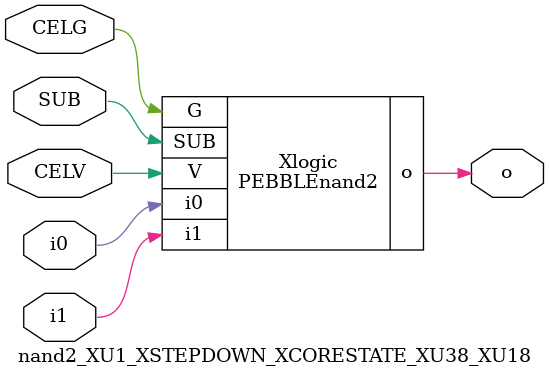
<source format=v>



module PEBBLEnand2 ( o, G, SUB, V, i0, i1 );

  input i0;
  input V;
  input i1;
  input G;
  output o;
  input SUB;
endmodule

//Celera Confidential Do Not Copy nand2_XU1_XSTEPDOWN_XCORESTATE_XU38_XU18
//Celera Confidential Symbol Generator
//5V NAND2
module nand2_XU1_XSTEPDOWN_XCORESTATE_XU38_XU18 (CELV,CELG,i0,i1,o,SUB);
input CELV;
input CELG;
input i0;
input i1;
input SUB;
output o;

//Celera Confidential Do Not Copy nand2
PEBBLEnand2 Xlogic(
.V (CELV),
.i0 (i0),
.i1 (i1),
.o (o),
.SUB (SUB),
.G (CELG)
);
//,diesize,PEBBLEnand2

//Celera Confidential Do Not Copy Module End
//Celera Schematic Generator
endmodule

</source>
